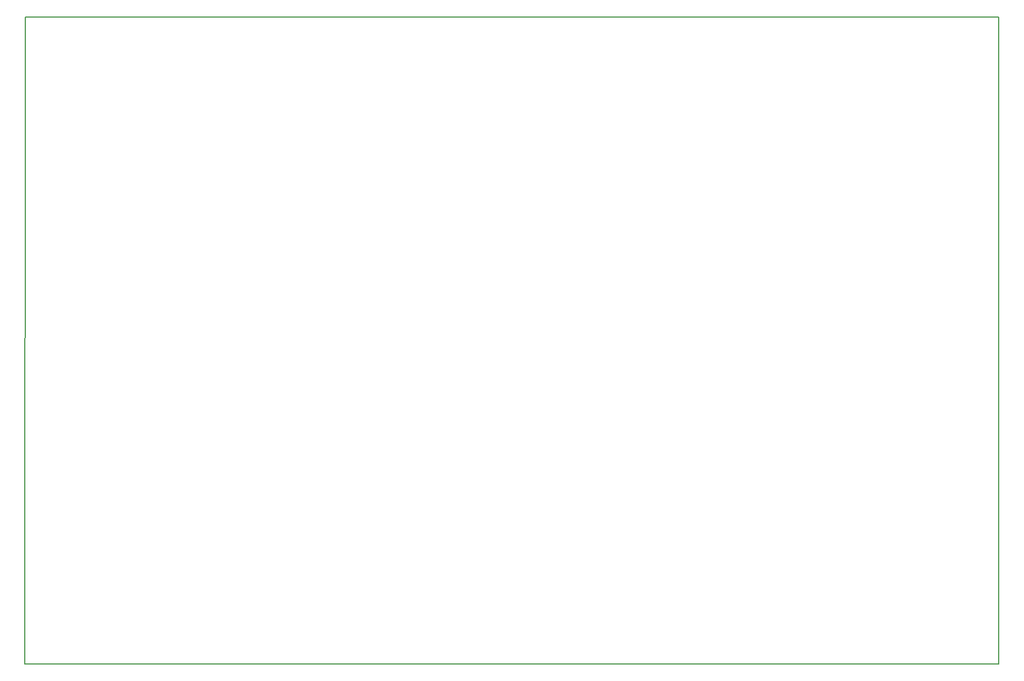
<source format=gbr>
%TF.GenerationSoftware,KiCad,Pcbnew,7.0.10*%
%TF.CreationDate,2024-02-07T22:08:28+01:00*%
%TF.ProjectId,Sixty-n8k,53697874-792d-46e3-986b-2e6b69636164,rev?*%
%TF.SameCoordinates,Original*%
%TF.FileFunction,Profile,NP*%
%FSLAX46Y46*%
G04 Gerber Fmt 4.6, Leading zero omitted, Abs format (unit mm)*
G04 Created by KiCad (PCBNEW 7.0.10) date 2024-02-07 22:08:28*
%MOMM*%
%LPD*%
G01*
G04 APERTURE LIST*
%TA.AperFunction,Profile*%
%ADD10C,0.200000*%
%TD*%
G04 APERTURE END LIST*
D10*
X67930000Y-150040000D02*
X67950000Y-50340000D01*
X217780000Y-50330000D02*
X217790000Y-150030000D01*
X67950000Y-50340000D02*
X217780000Y-50330000D01*
X217790000Y-150030000D02*
X67930000Y-150040000D01*
M02*

</source>
